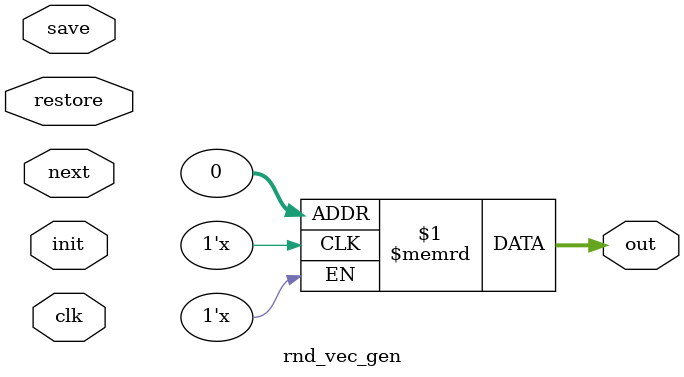
<source format=v>
module rnd_vec_gen(

	clk,

	init,

	save,
	restore,
	next,


	out
);

parameter OUT_SIZE = 16; // size of output port, independent of LFSR register size

parameter LFSR_LENGTH   = 55; // LFSR
parameter LFSR_FEEDBACK = 24; //     definition


	input clk;

	input init; // positive initialization strobe, synchronous to clock, its length will determine initial state

	input save,restore,next; // strobes for required events: positive, one clock cycle long


	reg init2;


	output  [OUT_SIZE-1:0] out;
	wire    [OUT_SIZE-1:0] out;


	reg [OUT_SIZE-1:0] rndbase_main  [0:LFSR_LENGTH-1];
	reg [OUT_SIZE-1:0] rndbase_store [0:LFSR_LENGTH-1];




	assign out = rndbase_main[0];

/*
				integer i;

	always @(posedge clk)
	begin

		init2 <= init;

		if( init && !init2 ) // begin of initialization
		begin
			rndbase_main[0][0] <= 1'b1; // any non-zero init possible
		end
		else if( init && init2 ) // continue of initialization
		begin
//			shift_lfsr;
		end
		else // no init, normal work
		begin

			if( restore ) // restore event: higher priority
			begin
//				for(i=0;i<LFSR_LENGTH;i=i+1)
//					rndbase_main[i] <= rndbase_store[i];
			end
			else
			begin
				if( next ) // step to next value
				begin
//					shift_lfsr;
				end

				if( save ) // save current state
				begin
//					for(j=0;j<LFSR_LENGTH;j=j+1)
//						rndbase_store[j] <= rndbase_main[j];
				end
			end
		end
	end
*/


/*	function [LFSR_LENGTH-1:0] shift_lfsr;

		input [LFSR_LENGTH-1:0] old_lfsr;

		begin
			if( |old_lfsr ) // prevent spurious stalls if all LFSR is zeros
				shift_lfsr[LFSR_LENGTH-1:0] = { old_lfsr[LFSR_LENGTH-2:0], old_lfsr[LFSR_LENGTH-1]^old_lfsr[LFSR_FEEDBACK-1] };
			else
               		shift_lfsr[LFSR_LENGTH-1:0] = 2'd1;
		end
	endfunction
*/

/*
	task shift_lfsr;
	begin
		reg [OUT_SIZE-1:0] sum;
		reg [LFSR_LENGTH-1:0] lsbs;

		integer i;

		for(i=0;i<LFSR_LENGTH;i=i+1)
			lsbs[i] <= rndbase_main[i][0];

		sum = rndbase_main[LFSR_LENGTH-1] + rndbase_main[LFSR_FEEDBACK-1];

//		integer j;
		for(i=1;i<LFSR_LENGTH;i=i+1)
			rndbase_main[i] <= rndbase_main[i-1];

		rndbase_main[0] <= { sum[OUT_SIZE-1:1], (|lsbs)?sum[0]:1'b1 };
	end
	endtask
*/

endmodule






</source>
